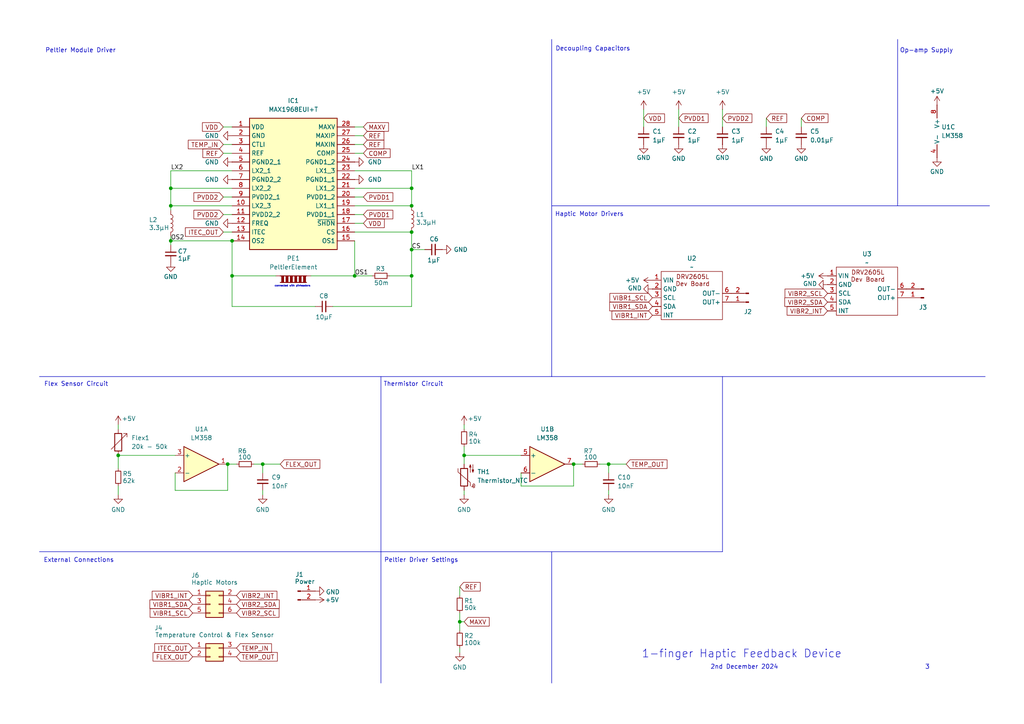
<source format=kicad_sch>
(kicad_sch (version 20231120) (generator "eeschema") (generator_version "8.0")
  (paper "A4")
  (lib_symbols
    (symbol "Amplifier_Operational:LM358" (pin_names (offset 0.127))
      (property "Reference" "U" (at 0 5.08 0))
      (property "Value" "LM358" (at 0 -5.08 0))
      (symbol "LM358_1_1"
        (polyline (pts (xy -5.08 5.08) (xy 5.08 0) (xy -5.08 -5.08) (xy -5.08 5.08)) (stroke (width 0.254)) (fill (type background)))
        (pin output line (at 7.62 0 180) (length 2.54) (name "~") (number "1"))
        (pin input line (at -7.62 -2.54 0) (length 2.54) (name "-") (number "2"))
        (pin input line (at -7.62 2.54 0) (length 2.54) (name "+") (number "3"))
      )
      (symbol "LM358_2_1"
        (polyline (pts (xy -5.08 5.08) (xy 5.08 0) (xy -5.08 -5.08) (xy -5.08 5.08)) (stroke (width 0.254)) (fill (type background)))
        (pin input line (at -7.62 2.54 0) (length 2.54) (name "+") (number "5"))
        (pin input line (at -7.62 -2.54 0) (length 2.54) (name "-") (number "6"))
        (pin output line (at 7.62 0 180) (length 2.54) (name "~") (number "7"))
      )
      (symbol "LM358_3_1"
        (pin power_in line (at -2.54 -7.62 90) (length 3.81) (name "V-") (number "4"))
        (pin power_in line (at -2.54 7.62 270) (length 3.81) (name "V+") (number "8"))
      )
    )
    (symbol "Connector:Conn_01x02_Pin" (pin_names (offset 1.016) hide)
      (property "Reference" "J" (at 0 2.54 0))
      (property "Value" "Conn_01x02_Pin" (at 0 -5.08 0))
      (symbol "Conn_01x02_Pin_1_1"
        (polyline (pts (xy 1.27 -2.54) (xy 0.8636 -2.54)) (stroke (width 0.1524)))
        (polyline (pts (xy 1.27 0) (xy 0.8636 0)) (stroke (width 0.1524)))
        (rectangle (start 0.8636 -2.413) (end 0 -2.667) (stroke (width 0.1524)) (fill (type outline)))
        (rectangle (start 0.8636 0.127) (end 0 -0.127) (stroke (width 0.1524)) (fill (type outline)))
        (pin passive line (at 5.08 0 180) (length 3.81) (name "Pin_1") (number "1"))
        (pin passive line (at 5.08 -2.54 180) (length 3.81) (name "Pin_2") (number "2"))
      )
    )
    (symbol "Connector_Generic:Conn_02x02_Top_Bottom" (pin_names (offset 1.016) hide)
      (property "Reference" "J" (at 1.27 2.54 0))
      (property "Value" "Conn_02x02_Top_Bottom" (at 1.27 -5.08 0))
      (symbol "Conn_02x02_Top_Bottom_1_1"
        (rectangle (start -1.27 -2.413) (end 0 -2.667) (stroke (width 0.1524)))
        (rectangle (start -1.27 0.127) (end 0 -0.127) (stroke (width 0.1524)))
        (rectangle (start -1.27 1.27) (end 3.81 -3.81) (stroke (width 0.254)) (fill (type background)))
        (rectangle (start 3.81 -2.413) (end 2.54 -2.667) (stroke (width 0.1524)))
        (rectangle (start 3.81 0.127) (end 2.54 -0.127) (stroke (width 0.1524)))
        (pin passive line (at -5.08 0 0) (length 3.81) (name "Pin_1") (number "1"))
        (pin passive line (at -5.08 -2.54 0) (length 3.81) (name "Pin_2") (number "2"))
        (pin passive line (at 7.62 0 180) (length 3.81) (name "Pin_3") (number "3"))
        (pin passive line (at 7.62 -2.54 180) (length 3.81) (name "Pin_4") (number "4"))
      )
    )
    (symbol "Connector_Generic:Conn_02x03_Odd_Even" (pin_names (offset 1.016) hide)
      (property "Reference" "J" (at 1.27 5.08 0))
      (property "Value" "Conn_02x03_Odd_Even" (at 1.27 -5.08 0))
      (symbol "Conn_02x03_Odd_Even_1_1"
        (rectangle (start -1.27 -2.413) (end 0 -2.667) (stroke (width 0.1524)))
        (rectangle (start -1.27 0.127) (end 0 -0.127) (stroke (width 0.1524)))
        (rectangle (start -1.27 2.667) (end 0 2.413) (stroke (width 0.1524)))
        (rectangle (start -1.27 3.81) (end 3.81 -3.81) (stroke (width 0.254)) (fill (type background)))
        (rectangle (start 3.81 -2.413) (end 2.54 -2.667) (stroke (width 0.1524)))
        (rectangle (start 3.81 0.127) (end 2.54 -0.127) (stroke (width 0.1524)))
        (rectangle (start 3.81 2.667) (end 2.54 2.413) (stroke (width 0.1524)))
        (pin passive line (at -5.08 2.54 0) (length 3.81) (name "Pin_1") (number "1"))
        (pin passive line (at 7.62 2.54 180) (length 3.81) (name "Pin_2") (number "2"))
        (pin passive line (at -5.08 0 0) (length 3.81) (name "Pin_3") (number "3"))
        (pin passive line (at 7.62 0 180) (length 3.81) (name "Pin_4") (number "4"))
        (pin passive line (at -5.08 -2.54 0) (length 3.81) (name "Pin_5") (number "5"))
        (pin passive line (at 7.62 -2.54 180) (length 3.81) (name "Pin_6") (number "6"))
      )
    )
    (symbol "DRV2605L_1"
      (property "Reference" "U3" (at 0 7.62 0))
      (property "Value" "~" (at 0 5.08 0))
      (symbol "DRV2605L_1_0_1"
        (rectangle (start -8.89 3.81) (end 8.89 -10.16))
      )
      (symbol "DRV2605L_1_1_1"
        (text "DRV2605L\nDev Board" (at 0.254 1.27 0) (effects (font (size 1.27 1.27))))
        (pin power_in line (at -11.43 1.27 0) (length 2.54) (name "VIN") (number "1"))
        (pin power_in line (at -11.43 -1.27 0) (length 2.54) (name "GND") (number "2"))
        (pin input line (at -11.43 -3.81 0) (length 2.54) (name "SCL") (number "3"))
        (pin input line (at -11.43 -6.35 0) (length 2.54) (name "SDA") (number "4"))
        (pin input line (at -11.43 -8.89 0) (length 2.54) (name "INT") (number "5"))
        (pin output line (at 11.43 -2.54 180) (length 2.54) (name "OUT-") (number "6"))
        (pin output line (at 11.43 -5.08 180) (length 2.54) (name "OUT+") (number "7"))
      )
    )
    (symbol "Device:C_Small" (pin_numbers hide) (pin_names (offset 0.254) hide)
      (property "Reference" "C" (at 0.254 1.778 0))
      (property "Value" "C_Small" (at 0.254 -2.032 0))
      (symbol "C_Small_0_1"
        (polyline (pts (xy -1.524 -0.508) (xy 1.524 -0.508)) (stroke (width 0.3302)))
        (polyline (pts (xy -1.524 0.508) (xy 1.524 0.508)) (stroke (width 0.3048)))
      )
      (symbol "C_Small_1_1"
        (pin passive line (at 0 2.54 270) (length 2.032) (name "~") (number "1"))
        (pin passive line (at 0 -2.54 90) (length 2.032) (name "~") (number "2"))
      )
    )
    (symbol "Device:L" (pin_numbers hide) (pin_names (offset 1.016) hide)
      (property "Reference" "L" (at -1.27 0 90))
      (property "Value" "L" (at 1.905 0 90))
      (symbol "L_0_1"
        (arc (start 0 -2.54) (mid 0.6323 -1.905) (end 0 -1.27))
        (arc (start 0 -1.27) (mid 0.6323 -0.635) (end 0 0))
        (arc (start 0 0) (mid 0.6323 0.635) (end 0 1.27))
        (arc (start 0 1.27) (mid 0.6323 1.905) (end 0 2.54))
      )
      (symbol "L_1_1"
        (pin passive line (at 0 3.81 270) (length 1.27) (name "1") (number "1"))
        (pin passive line (at 0 -3.81 90) (length 1.27) (name "2") (number "2"))
      )
    )
    (symbol "Device:PeltierElement" (pin_numbers hide) (pin_names (offset 0))
      (property "Reference" "PE" (at 0 3.175 0))
      (property "Value" "PeltierElement" (at 0 -1.27 0))
      (symbol "PeltierElement_0_1"
        (rectangle (start -3.556 1.905) (end -2.921 0) (fill (type outline)))
        (rectangle (start -2.286 1.905) (end -1.651 0) (fill (type outline)))
        (rectangle (start -0.381 1.905) (end -1.016 0) (fill (type outline)))
        (polyline (pts (xy -3.81 0) (xy 3.81 0)) (stroke (width 0.254)) (fill (type outline)))
        (polyline (pts (xy -3.81 1.905) (xy 3.81 1.905)) (stroke (width 0.254)))
        (rectangle (start 0.889 1.905) (end 0.254 0) (fill (type outline)))
        (rectangle (start 1.524 0) (end 2.159 1.905) (fill (type outline)))
        (rectangle (start 2.794 0) (end 3.429 1.905) (fill (type outline)))
      )
      (symbol "PeltierElement_1_1"
        (pin passive line (at -5.08 0 0) (length 1.27) (name "~") (number "1"))
        (pin passive line (at 5.08 0 180) (length 1.27) (name "~") (number "2"))
      )
    )
    (symbol "Device:R_Small" (pin_numbers hide) (pin_names (offset 0.254) hide)
      (property "Reference" "R" (at 0.762 0.508 0))
      (property "Value" "R_Small" (at 0.762 -1.016 0))
      (symbol "R_Small_0_1"
        (rectangle (start -0.762 1.778) (end 0.762 -1.778) (stroke (width 0.2032)))
      )
      (symbol "R_Small_1_1"
        (pin passive line (at 0 2.54 270) (length 0.762) (name "~") (number "1"))
        (pin passive line (at 0 -2.54 90) (length 0.762) (name "~") (number "2"))
      )
    )
    (symbol "Device:R_Variable" (pin_numbers hide) (pin_names (offset 0))
      (property "Reference" "R" (at 2.54 -2.54 90))
      (property "Value" "R_Variable" (at -2.54 -1.27 90))
      (symbol "R_Variable_0_1"
        (rectangle (start -1.016 -2.54) (end 1.016 2.54) (stroke (width 0.254)))
        (polyline (pts (xy 2.54 1.524) (xy 2.54 2.54) (xy 1.524 2.54) (xy 2.54 2.54) (xy -2.032 -2.032)))
      )
      (symbol "R_Variable_1_1"
        (pin passive line (at 0 3.81 270) (length 1.27) (name "~") (number "1"))
        (pin passive line (at 0 -3.81 90) (length 1.27) (name "~") (number "2"))
      )
    )
    (symbol "Device:Thermistor_NTC" (pin_numbers hide) (pin_names (offset 0))
      (property "Reference" "TH" (at -4.445 0 90))
      (property "Value" "Thermistor_NTC" (at 3.175 0 90))
      (symbol "Thermistor_NTC_0_1"
        (arc (start -3.048 2.159) (mid -3.0495 2.3143) (end -3.175 2.413))
        (arc (start -3.048 2.159) (mid -2.9736 1.9794) (end -2.794 1.905))
        (arc (start -3.048 2.794) (mid -2.9736 2.6144) (end -2.794 2.54))
        (arc (start -2.794 1.905) (mid -2.6144 1.9794) (end -2.54 2.159))
        (arc (start -2.794 2.54) (mid -2.4393 2.5587) (end -2.159 2.794))
        (arc (start -2.794 3.048) (mid -2.9736 2.9736) (end -3.048 2.794))
        (arc (start -2.54 2.794) (mid -2.6144 2.9736) (end -2.794 3.048))
        (rectangle (start -1.016 2.54) (end 1.016 -2.54) (stroke (width 0.254)))
        (polyline (pts (xy -2.54 2.159) (xy -2.54 2.794)))
        (polyline (pts (xy -1.778 2.54) (xy -1.778 1.524) (xy 1.778 -1.524) (xy 1.778 -2.54)))
        (polyline (pts (xy -2.54 -3.683) (xy -2.54 -1.397) (xy -2.794 -2.159) (xy -2.286 -2.159) (xy -2.54 -1.397) (xy -2.54 -1.651)) (fill (type outline)))
        (polyline (pts (xy -1.778 -1.397) (xy -1.778 -3.683) (xy -2.032 -2.921) (xy -1.524 -2.921) (xy -1.778 -3.683) (xy -1.778 -3.429)) (fill (type outline)))
      )
      (symbol "Thermistor_NTC_1_1"
        (pin passive line (at 0 3.81 270) (length 1.27) (name "~") (number "1"))
        (pin passive line (at 0 -3.81 90) (length 1.27) (name "~") (number "2"))
      )
    )
    (symbol "HapticDriver:DRV2605L"
      (property "Reference" "U2" (at 0 7.62 0))
      (property "Value" "~" (at 0 5.08 0))
      (symbol "DRV2605L_0_1"
        (rectangle (start -8.89 3.81) (end 8.89 -10.16))
      )
      (symbol "DRV2605L_1_1"
        (text "DRV2605L\nDev Board" (at 0.254 1.27 0) (effects (font (size 1.27 1.27))))
        (pin power_in line (at -11.43 1.27 0) (length 2.54) (name "VIN") (number "1"))
        (pin power_in line (at -11.43 -1.27 0) (length 2.54) (name "GND") (number "2"))
        (pin input line (at -11.43 -3.81 0) (length 2.54) (name "SCL") (number "3"))
        (pin input line (at -11.43 -6.35 0) (length 2.54) (name "SDA") (number "4"))
        (pin input line (at -11.43 -8.89 0) (length 2.54) (name "INT") (number "5"))
        (pin output line (at 11.43 -2.54 180) (length 2.54) (name "OUT-") (number "6"))
        (pin output line (at 11.43 -5.08 180) (length 2.54) (name "OUT+") (number "7"))
      )
    )
    (symbol "MAX1968EUI+T:MAX1968EUI+T"
      (property "Reference" "IC" (at 31.75 7.62 0))
      (property "Value" "MAX1968EUI+T" (at 31.75 5.08 0))
      (symbol "MAX1968EUI+T_1_1"
        (rectangle (start 5.08 2.54) (end 30.48 -35.56) (stroke (width 0.254)) (fill (type background)))
        (pin passive line (at 0 0 0) (length 5.08) (name "VDD") (number "1"))
        (pin passive line (at 0 -22.86 0) (length 5.08) (name "LX2_3") (number "10"))
        (pin passive line (at 0 -25.4 0) (length 5.08) (name "PVDD2_2") (number "11"))
        (pin passive line (at 0 -27.94 0) (length 5.08) (name "FREQ") (number "12"))
        (pin passive line (at 0 -30.48 0) (length 5.08) (name "ITEC") (number "13"))
        (pin passive line (at 0 -33.02 0) (length 5.08) (name "OS2") (number "14"))
        (pin passive line (at 35.56 -33.02 180) (length 5.08) (name "OS1") (number "15"))
        (pin passive line (at 35.56 -30.48 180) (length 5.08) (name "CS") (number "16"))
        (pin passive line (at 35.56 -27.94 180) (length 5.08) (name "~{SHDN}") (number "17"))
        (pin passive line (at 35.56 -25.4 180) (length 5.08) (name "PVDD1_1") (number "18"))
        (pin passive line (at 35.56 -22.86 180) (length 5.08) (name "LX1_1") (number "19"))
        (pin passive line (at 0 -2.54 0) (length 5.08) (name "GND") (number "2"))
        (pin passive line (at 35.56 -20.32 180) (length 5.08) (name "PVDD1_2") (number "20"))
        (pin passive line (at 35.56 -17.78 180) (length 5.08) (name "LX1_2") (number "21"))
        (pin passive line (at 35.56 -15.24 180) (length 5.08) (name "PGND1_1") (number "22"))
        (pin passive line (at 35.56 -12.7 180) (length 5.08) (name "LX1_3") (number "23"))
        (pin passive line (at 35.56 -10.16 180) (length 5.08) (name "PGND1_2") (number "24"))
        (pin passive line (at 35.56 -7.62 180) (length 5.08) (name "COMP") (number "25"))
        (pin passive line (at 35.56 -5.08 180) (length 5.08) (name "MAXIN") (number "26"))
        (pin passive line (at 35.56 -2.54 180) (length 5.08) (name "MAXIP") (number "27"))
        (pin passive line (at 35.56 0 180) (length 5.08) (name "MAXV") (number "28"))
        (pin passive line (at 0 -5.08 0) (length 5.08) (name "CTLI") (number "3"))
        (pin passive line (at 0 -7.62 0) (length 5.08) (name "REF") (number "4"))
        (pin passive line (at 0 -10.16 0) (length 5.08) (name "PGND2_1") (number "5"))
        (pin passive line (at 0 -12.7 0) (length 5.08) (name "LX2_1") (number "6"))
        (pin passive line (at 0 -15.24 0) (length 5.08) (name "PGND2_2") (number "7"))
        (pin passive line (at 0 -17.78 0) (length 5.08) (name "LX2_2") (number "8"))
        (pin passive line (at 0 -20.32 0) (length 5.08) (name "PVDD2_1") (number "9"))
      )
    )
    (symbol "power:+5V" (power) (pin_numbers hide) (pin_names (offset 0) hide)
      (property "Value" "+5V" (at 0 3.556 0))
      (symbol "+5V_0_1"
        (polyline (pts (xy -0.762 1.27) (xy 0 2.54)))
        (polyline (pts (xy 0 0) (xy 0 2.54)))
        (polyline (pts (xy 0 2.54) (xy 0.762 1.27)))
      )
      (symbol "+5V_1_1"
        (pin power_in line (at 0 0 90) (length 0) (name "~") (number "1"))
      )
    )
    (symbol "power:GND" (power) (pin_numbers hide) (pin_names (offset 0) hide)
      (property "Value" "GND" (at 0 -3.81 0))
      (symbol "GND_0_1"
        (polyline (pts (xy 0 0) (xy 0 -1.27) (xy 1.27 -1.27) (xy 0 -2.54) (xy -1.27 -1.27) (xy 0 -1.27)))
      )
      (symbol "GND_1_1"
        (pin power_in line (at 0 0 270) (length 0) (name "~") (number "1"))
      )
    )
  )
  (junction (at 133.35 180.34))
  (junction (at 166.37 134.62))
  (junction (at 67.31 80.01))
  (junction (at 49.53 59.69))
  (junction (at 134.62 132.08))
  (junction (at 119.38 72.39))
  (junction (at 66.04 134.62))
  (junction (at 76.2 134.62))
  (junction (at 67.31 69.85))
  (junction (at 49.53 54.61))
  (junction (at 119.38 67.31))
  (junction (at 34.29 132.08))
  (junction (at 119.38 54.61))
  (junction (at 119.38 80.01))
  (junction (at 102.87 80.01))
  (junction (at 176.53 134.62))
  (junction (at 119.38 59.69))
  (junction (at 49.53 69.85))
  (polyline (pts (xy 160.02 11.43) (xy 160.02 109.22)))
  (wire (pts (xy 196.85 36.83) (xy 196.85 31.75)))
  (wire (pts (xy 151.13 140.97) (xy 151.13 137.16)))
  (wire (pts (xy 119.38 54.61) (xy 119.38 59.69)))
  (wire (pts (xy 102.87 49.53) (xy 119.38 49.53)))
  (wire (pts (xy 134.62 132.08) (xy 134.62 134.62)))
  (wire (pts (xy 49.53 71.12) (xy 49.53 69.85)))
  (polyline (pts (xy 285.75 109.22) (xy 160.02 109.22)))
  (polyline (pts (xy 160.02 160.02) (xy 209.55 160.02)))
  (wire (pts (xy 119.38 49.53) (xy 119.38 54.61)))
  (wire (pts (xy 49.53 49.53) (xy 67.31 49.53)))
  (wire (pts (xy 209.55 36.83) (xy 209.55 31.75)))
  (wire (pts (xy 64.77 67.31) (xy 67.31 67.31)))
  (wire (pts (xy 49.53 59.69) (xy 67.31 59.69)))
  (wire (pts (xy 102.87 59.69) (xy 119.38 59.69)))
  (wire (pts (xy 133.35 189.23) (xy 133.35 187.96)))
  (wire (pts (xy 34.29 135.89) (xy 34.29 132.08)))
  (wire (pts (xy 90.17 80.01) (xy 102.87 80.01)))
  (wire (pts (xy 67.31 62.23) (xy 64.77 62.23)))
  (wire (pts (xy 49.53 60.96) (xy 49.53 59.69)))
  (wire (pts (xy 102.87 54.61) (xy 119.38 54.61)))
  (wire (pts (xy 50.8 142.24) (xy 66.04 142.24)))
  (wire (pts (xy 166.37 134.62) (xy 168.91 134.62)))
  (polyline (pts (xy 287.02 59.69) (xy 160.02 59.69)))
  (wire (pts (xy 102.87 80.01) (xy 107.95 80.01)))
  (wire (pts (xy 102.87 69.85) (xy 102.87 80.01)))
  (wire (pts (xy 133.35 177.8) (xy 133.35 180.34)))
  (wire (pts (xy 166.37 140.97) (xy 151.13 140.97)))
  (wire (pts (xy 176.53 134.62) (xy 181.61 134.62)))
  (polyline (pts (xy 110.49 198.12) (xy 110.49 109.22)))
  (wire (pts (xy 76.2 134.62) (xy 81.28 134.62)))
  (wire (pts (xy 49.53 54.61) (xy 67.31 54.61)))
  (wire (pts (xy 34.29 124.46) (xy 34.29 123.19)))
  (wire (pts (xy 49.53 69.85) (xy 67.31 69.85)))
  (wire (pts (xy 102.87 44.45) (xy 105.41 44.45)))
  (wire (pts (xy 119.38 72.39) (xy 119.38 67.31)))
  (wire (pts (xy 64.77 36.83) (xy 67.31 36.83)))
  (wire (pts (xy 119.38 80.01) (xy 119.38 72.39)))
  (wire (pts (xy 123.19 72.39) (xy 119.38 72.39)))
  (wire (pts (xy 102.87 67.31) (xy 119.38 67.31)))
  (wire (pts (xy 176.53 143.51) (xy 176.53 142.24)))
  (wire (pts (xy 50.8 132.08) (xy 34.29 132.08)))
  (wire (pts (xy 67.31 80.01) (xy 67.31 88.9)))
  (polyline (pts (xy 209.55 160.02) (xy 209.55 109.22)))
  (wire (pts (xy 50.8 137.16) (xy 50.8 142.24)))
  (wire (pts (xy 133.35 170.18) (xy 133.35 172.72)))
  (wire (pts (xy 49.53 49.53) (xy 49.53 54.61)))
  (wire (pts (xy 49.53 54.61) (xy 49.53 59.69)))
  (wire (pts (xy 76.2 143.51) (xy 76.2 142.24)))
  (wire (pts (xy 96.52 88.9) (xy 119.38 88.9)))
  (wire (pts (xy 67.31 80.01) (xy 80.01 80.01)))
  (wire (pts (xy 134.62 123.19) (xy 134.62 124.46)))
  (wire (pts (xy 66.04 142.24) (xy 66.04 134.62)))
  (wire (pts (xy 102.87 57.15) (xy 105.41 57.15)))
  (wire (pts (xy 105.41 36.83) (xy 102.87 36.83)))
  (wire (pts (xy 133.35 180.34) (xy 133.35 182.88)))
  (wire (pts (xy 64.77 41.91) (xy 67.31 41.91)))
  (wire (pts (xy 186.69 36.83) (xy 186.69 31.75)))
  (wire (pts (xy 119.38 88.9) (xy 119.38 80.01)))
  (wire (pts (xy 102.87 62.23) (xy 105.41 62.23)))
  (wire (pts (xy 134.62 143.51) (xy 134.62 142.24)))
  (wire (pts (xy 222.25 36.83) (xy 222.25 34.29)))
  (wire (pts (xy 73.66 134.62) (xy 76.2 134.62)))
  (wire (pts (xy 49.53 69.85) (xy 49.53 68.58)))
  (wire (pts (xy 134.62 180.34) (xy 133.35 180.34)))
  (wire (pts (xy 76.2 137.16) (xy 76.2 134.62)))
  (wire (pts (xy 105.41 41.91) (xy 102.87 41.91)))
  (polyline (pts (xy 160.02 198.12) (xy 160.02 160.02)))
  (polyline (pts (xy 11.43 109.22) (xy 160.02 109.22)))
  (wire (pts (xy 34.29 140.97) (xy 34.29 143.51)))
  (wire (pts (xy 67.31 69.85) (xy 67.31 80.01)))
  (wire (pts (xy 173.99 134.62) (xy 176.53 134.62)))
  (wire (pts (xy 166.37 134.62) (xy 166.37 140.97)))
  (wire (pts (xy 91.44 88.9) (xy 67.31 88.9)))
  (wire (pts (xy 176.53 137.16) (xy 176.53 134.62)))
  (wire (pts (xy 105.41 39.37) (xy 102.87 39.37)))
  (polyline (pts (xy 260.35 11.43) (xy 260.35 59.69)))
  (wire (pts (xy 113.03 80.01) (xy 119.38 80.01)))
  (wire (pts (xy 232.41 36.83) (xy 232.41 34.29)))
  (wire (pts (xy 134.62 132.08) (xy 151.13 132.08)))
  (wire (pts (xy 66.04 134.62) (xy 68.58 134.62)))
  (wire (pts (xy 67.31 57.15) (xy 64.77 57.15)))
  (wire (pts (xy 64.77 44.45) (xy 67.31 44.45)))
  (polyline (pts (xy 11.43 160.02) (xy 160.02 160.02)))
  (wire (pts (xy 105.41 64.77) (xy 102.87 64.77)))
  (wire (pts (xy 134.62 129.54) (xy 134.62 132.08)))
  (text "Thermistor Circuit" (at 119.888 111.506 0) (effects (font (size 1.27 1.27))))
  (text "Op-amp Supply" (at 268.732 14.732 0) (effects (font (size 1.27 1.27))))
  (text "connected with pinheaders" (at 84.836 83.058 0) (effects (font (size 0.508 0.508))))
  (text "External Connections" (at 22.86 162.56 0) (effects (font (size 1.27 1.27))))
  (text "Peltier Module Driver" (at 23.368 14.732 0) (effects (font (size 1.27 1.27))))
  (text "Haptic Motor Drivers" (at 170.942 62.23 0) (effects (font (size 1.27 1.27))))
  (text "Flex Sensor Circuit" (at 22.098 111.506 0) (effects (font (size 1.27 1.27))))
  (text "3" (at 268.986 193.548 0) (effects (font (size 1.27 1.27))))
  (text "Peltier Driver Settings" (at 122.174 162.56 0) (effects (font (size 1.27 1.27))))
  (text "1-finger Haptic Feedback Device" (at 215.138 189.738 0) (effects (font (size 2.286 2.286))))
  (text "Decoupling Capacitors" (at 171.958 14.224 0) (effects (font (size 1.27 1.27))))
  (text "2nd December 2024" (at 215.9 193.548 0) (effects (font (size 1.27 1.27))))
  (label "OS1" (at 102.87 80.01 0))
  (label "LX1" (at 119.38 49.53 0))
  (label "OS2" (at 49.53 69.85 0))
  (label "CS" (at 119.38 72.39 0))
  (label "LX2" (at 49.53 49.53 0))
  (global_label "REF" (shape input) (at 222.25 34.29 0) (property "Intersheetrefs" "${INTERSHEET_REFS}" (effects (hide yes))))
  (global_label "VDD" (shape input) (at 186.69 34.29 0) (property "Intersheetrefs" "${INTERSHEET_REFS}" (effects (hide yes))))
  (global_label "VIBR2_SCL" (shape input) (at 68.58 177.8 0) (property "Intersheetrefs" "${INTERSHEET_REFS}" (effects (hide yes))))
  (global_label "PVDD2" (shape input) (at 209.55 34.29 0) (property "Intersheetrefs" "${INTERSHEET_REFS}" (effects (hide yes))))
  (global_label "TEMP_OUT" (shape input) (at 181.61 134.62 0) (property "Intersheetrefs" "${INTERSHEET_REFS}" (effects (hide yes))))
  (global_label "COMP" (shape input) (at 105.41 44.45 0) (property "Intersheetrefs" "${INTERSHEET_REFS}" (effects (hide yes))))
  (global_label "VIBR1_SDA" (shape input) (at 189.23 88.9 180) (property "Intersheetrefs" "${INTERSHEET_REFS}" (effects (hide yes))))
  (global_label "REF" (shape input) (at 105.41 39.37 0) (property "Intersheetrefs" "${INTERSHEET_REFS}" (effects (hide yes))))
  (global_label "REF" (shape input) (at 133.35 170.18 0) (property "Intersheetrefs" "${INTERSHEET_REFS}" (effects (hide yes))))
  (global_label "VIBR1_INT" (shape input) (at 55.88 172.72 180) (property "Intersheetrefs" "${INTERSHEET_REFS}" (effects (hide yes))))
  (global_label "VIBR2_SDA" (shape input) (at 240.03 87.63 180) (property "Intersheetrefs" "${INTERSHEET_REFS}" (effects (hide yes))))
  (global_label "FLEX_OUT" (shape input) (at 55.88 190.5 180) (property "Intersheetrefs" "${INTERSHEET_REFS}" (effects (hide yes))))
  (global_label "TEMP_OUT" (shape input) (at 68.58 190.5 0) (property "Intersheetrefs" "${INTERSHEET_REFS}" (effects (hide yes))))
  (global_label "VIBR1_INT" (shape input) (at 189.23 91.44 180) (property "Intersheetrefs" "${INTERSHEET_REFS}" (effects (hide yes))))
  (global_label "VDD" (shape input) (at 64.77 36.83 180) (property "Intersheetrefs" "${INTERSHEET_REFS}" (effects (hide yes))))
  (global_label "PVDD1" (shape input) (at 105.41 62.23 0) (property "Intersheetrefs" "${INTERSHEET_REFS}" (effects (hide yes))))
  (global_label "MAXV" (shape input) (at 134.62 180.34 0) (property "Intersheetrefs" "${INTERSHEET_REFS}" (effects (hide yes))))
  (global_label "COMP" (shape input) (at 232.41 34.29 0) (property "Intersheetrefs" "${INTERSHEET_REFS}" (effects (hide yes))))
  (global_label "TEMP_IN" (shape input) (at 64.77 41.91 180) (property "Intersheetrefs" "${INTERSHEET_REFS}" (effects (hide yes))))
  (global_label "PVDD1" (shape input) (at 196.85 34.29 0) (property "Intersheetrefs" "${INTERSHEET_REFS}" (effects (hide yes))))
  (global_label "VIBR2_SDA" (shape input) (at 68.58 175.26 0) (property "Intersheetrefs" "${INTERSHEET_REFS}" (effects (hide yes))))
  (global_label "FLEX_OUT" (shape input) (at 81.28 134.62 0) (property "Intersheetrefs" "${INTERSHEET_REFS}" (effects (hide yes))))
  (global_label "VIBR1_SDA" (shape input) (at 55.88 175.26 180) (property "Intersheetrefs" "${INTERSHEET_REFS}" (effects (hide yes))))
  (global_label "ITEC_OUT" (shape input) (at 55.88 187.96 180) (property "Intersheetrefs" "${INTERSHEET_REFS}" (effects (hide yes))))
  (global_label "VIBR1_SCL" (shape input) (at 55.88 177.8 180) (property "Intersheetrefs" "${INTERSHEET_REFS}" (effects (hide yes))))
  (global_label "ITEC_OUT" (shape input) (at 64.77 67.31 180) (property "Intersheetrefs" "${INTERSHEET_REFS}" (effects (hide yes))))
  (global_label "PVDD1" (shape input) (at 105.41 57.15 0) (property "Intersheetrefs" "${INTERSHEET_REFS}" (effects (hide yes))))
  (global_label "TEMP_IN" (shape input) (at 68.58 187.96 0) (property "Intersheetrefs" "${INTERSHEET_REFS}" (effects (hide yes))))
  (global_label "MAXV" (shape input) (at 105.41 36.83 0) (property "Intersheetrefs" "${INTERSHEET_REFS}" (effects (hide yes))))
  (global_label "PVDD2" (shape input) (at 64.77 62.23 180) (property "Intersheetrefs" "${INTERSHEET_REFS}" (effects (hide yes))))
  (global_label "REF" (shape input) (at 64.77 44.45 180) (property "Intersheetrefs" "${INTERSHEET_REFS}" (effects (hide yes))))
  (global_label "VIBR2_INT" (shape input) (at 68.58 172.72 0) (property "Intersheetrefs" "${INTERSHEET_REFS}" (effects (hide yes))))
  (global_label "VDD" (shape input) (at 105.41 64.77 0) (property "Intersheetrefs" "${INTERSHEET_REFS}" (effects (hide yes))))
  (global_label "VIBR1_SCL" (shape input) (at 189.23 86.36 180) (property "Intersheetrefs" "${INTERSHEET_REFS}" (effects (hide yes))))
  (global_label "REF" (shape input) (at 105.41 41.91 0) (property "Intersheetrefs" "${INTERSHEET_REFS}" (effects (hide yes))))
  (global_label "VIBR2_INT" (shape input) (at 240.03 90.17 180) (property "Intersheetrefs" "${INTERSHEET_REFS}" (effects (hide yes))))
  (global_label "VIBR2_SCL" (shape input) (at 240.03 85.09 180) (property "Intersheetrefs" "${INTERSHEET_REFS}" (effects (hide yes))))
  (global_label "PVDD2" (shape input) (at 64.77 57.15 180) (property "Intersheetrefs" "${INTERSHEET_REFS}" (effects (hide yes))))
  (symbol (lib_id "Amplifier_Operational:LM358") (at 274.32 38.1 0) (unit 3)
    (property "Reference" "U1" (at 273.05 36.8299 0) (effects (justify left)))
    (property "Value" "LM358" (at 273.05 39.3699 0) (effects (justify left)))
    (property "Footprint" "LM358:SOP65P640X135-8N" (effects (hide yes)))
    (property "Datasheet" "http://www.ti.com/lit/ds/symlink/lm2904-n.pdf" (effects (hide yes)))
    (property "Description" "Low-Power, Dual Operational Amplifiers, DIP-8/SOIC-8/TO-99-8" (effects (hide yes)))
  )
  (symbol (lib_id "power:+5V") (at 196.85 31.75 0) (unit 1)
    (property "Reference" "#PWR01" (effects (hide yes)))
    (property "Value" "+5V" (at 196.85 26.67 0))
    (property "Description" "Power symbol creates a global label with name \"+5V\"" (effects (hide yes)))
  )
  (symbol (lib_id "Amplifier_Operational:LM358") (at 58.42 134.62 0) (unit 1)
    (property "Reference" "U1" (at 58.42 124.46 0))
    (property "Value" "LM358" (at 58.42 127 0))
    (property "Footprint" "LM358:SOP65P640X135-8N" (effects (hide yes)))
    (property "Datasheet" "http://www.ti.com/lit/ds/symlink/lm2904-n.pdf" (effects (hide yes)))
    (property "Description" "Low-Power, Dual Operational Amplifiers, DIP-8/SOIC-8/TO-99-8" (effects (hide yes)))
  )
  (symbol (lib_id "Device:C_Small") (at 125.73 72.39 90) (unit 1)
    (property "Reference" "C6" (at 127.254 69.342 90) (effects (justify left)))
    (property "Value" "1µF" (at 127.762 75.438 90) (effects (justify left)))
    (property "Footprint" "Capacitor_SMD:C_0805_2012Metric_Pad1.18x1.45mm_HandSolder" (effects (hide yes)))
    (property "Description" "Unpolarized capacitor, small symbol" (effects (hide yes)))
  )
  (symbol (lib_id "power:+5V") (at 91.44 173.99 270) (unit 1)
    (property "Reference" "#PWR018" (effects (hide yes)))
    (property "Value" "+5V" (at 94.234 173.99 90) (effects (justify left)))
    (property "Description" "Power symbol creates a global label with name \"+5V\"" (effects (hide yes)))
  )
  (symbol (lib_id "power:GND") (at 196.85 41.91 0) (unit 1)
    (property "Reference" "#PWR02" (effects (hide yes)))
    (property "Value" "GND" (at 198.882 45.974 0) (effects (justify right)))
    (property "Description" "Power symbol creates a global label with name \"GND\" , ground" (effects (hide yes)))
  )
  (symbol (lib_id "Device:C_Small") (at 222.25 39.37 0) (unit 1)
    (property "Reference" "C4" (at 224.79 38.1062 0) (effects (justify left)))
    (property "Value" "1µF" (at 224.79 40.6462 0) (effects (justify left)))
    (property "Footprint" "Capacitor_SMD:C_0805_2012Metric_Pad1.18x1.45mm_HandSolder" (effects (hide yes)))
    (property "Description" "Unpolarized capacitor, small symbol" (effects (hide yes)))
  )
  (symbol (lib_id "Device:PeltierElement") (at 85.09 80.01 180) (unit 1)
    (property "Reference" "PE1" (at 85.09 74.93 0))
    (property "Value" "PeltierElement" (at 85.09 77.47 0))
    (property "Footprint" "Connector_PinHeader_2.54mm:PinHeader_1x02_P2.54mm_Vertical" (effects (hide yes)))
    (property "Description" "Peltier element, thermoelectric cooler" (effects (hide yes)))
  )
  (symbol (lib_id "power:GND") (at 189.23 83.82 270) (unit 1)
    (property "Reference" "#PWR030" (effects (hide yes)))
    (property "Value" "GND" (at 186.182 83.566 90) (effects (justify right)))
    (property "Description" "Power symbol creates a global label with name \"GND\" , ground" (effects (hide yes)))
  )
  (symbol (lib_id "power:GND") (at 134.62 143.51 0) (unit 1)
    (property "Reference" "#PWR019" (effects (hide yes)))
    (property "Value" "GND" (at 136.652 147.828 0) (effects (justify right)))
    (property "Description" "Power symbol creates a global label with name \"GND\" , ground" (effects (hide yes)))
  )
  (symbol (lib_id "Device:R_Small") (at 171.45 134.62 90) (unit 1)
    (property "Reference" "R7" (at 171.958 130.81 90) (effects (justify left)))
    (property "Value" "100" (at 173.228 132.588 90) (effects (justify left)))
    (property "Footprint" "Resistor_SMD:R_0805_2012Metric_Pad1.20x1.40mm_HandSolder" (effects (hide yes)))
    (property "Description" "Resistor, small symbol" (effects (hide yes)))
  )
  (symbol (lib_id "power:GND") (at 67.31 52.07 270) (unit 1)
    (property "Reference" "#PWR09" (effects (hide yes)))
    (property "Value" "GND" (at 63.5 52.0699 90) (effects (justify right)))
    (property "Description" "Power symbol creates a global label with name \"GND\" , ground" (effects (hide yes)))
  )
  (symbol (lib_id "power:+5V") (at 134.62 123.19 0) (unit 1)
    (property "Reference" "#PWR020" (effects (hide yes)))
    (property "Value" "+5V" (at 137.668 121.412 0))
    (property "Description" "Power symbol creates a global label with name \"+5V\"" (effects (hide yes)))
  )
  (symbol (lib_id "Device:C_Small") (at 93.98 88.9 90) (unit 1)
    (property "Reference" "C8" (at 95.25 85.852 90) (effects (justify left)))
    (property "Value" "10µF" (at 96.52 91.948 90) (effects (justify left)))
    (property "Footprint" "Capacitor_SMD:C_0805_2012Metric_Pad1.18x1.45mm_HandSolder" (effects (hide yes)))
    (property "Description" "Unpolarized capacitor, small symbol" (effects (hide yes)))
  )
  (symbol (lib_id "Device:C_Small") (at 232.41 39.37 0) (unit 1)
    (property "Reference" "C5" (at 234.95 38.1062 0) (effects (justify left)))
    (property "Value" "0.01µF" (at 234.95 40.6462 0) (effects (justify left)))
    (property "Footprint" "Capacitor_SMD:C_0805_2012Metric_Pad1.18x1.45mm_HandSolder" (effects (hide yes)))
    (property "Description" "Unpolarized capacitor, small symbol" (effects (hide yes)))
  )
  (symbol (lib_id "Device:R_Small") (at 110.49 80.01 270) (unit 1)
    (property "Reference" "R3" (at 108.966 77.978 90) (effects (justify left)))
    (property "Value" "50m" (at 108.458 82.042 90) (effects (justify left)))
    (property "Footprint" "Resistor_SMD:R_1206_3216Metric_Pad1.30x1.75mm_HandSolder" (effects (hide yes)))
    (property "Description" "Resistor, small symbol" (effects (hide yes)))
  )
  (symbol (lib_id "Device:R_Small") (at 71.12 134.62 90) (unit 1)
    (property "Reference" "R6" (at 71.628 130.81 90) (effects (justify left)))
    (property "Value" "100" (at 72.898 132.588 90) (effects (justify left)))
    (property "Footprint" "Resistor_SMD:R_0805_2012Metric_Pad1.20x1.40mm_HandSolder" (effects (hide yes)))
    (property "Description" "Resistor, small symbol" (effects (hide yes)))
  )
  (symbol (lib_id "power:+5V") (at 240.03 80.01 90) (unit 1)
    (property "Reference" "#PWR029" (effects (hide yes)))
    (property "Value" "+5V" (at 236.22 80.0099 90) (effects (justify left)))
    (property "Description" "Power symbol creates a global label with name \"+5V\"" (effects (hide yes)))
  )
  (symbol (lib_id "Device:C_Small") (at 76.2 139.7 0) (unit 1)
    (property "Reference" "C9" (at 78.74 138.4362 0) (effects (justify left)))
    (property "Value" "10nF" (at 78.74 140.9762 0) (effects (justify left)))
    (property "Footprint" "Capacitor_SMD:C_0805_2012Metric_Pad1.18x1.45mm_HandSolder" (effects (hide yes)))
    (property "Description" "Unpolarized capacitor, small symbol" (effects (hide yes)))
  )
  (symbol (lib_id "power:GND") (at 67.31 46.99 270) (unit 1)
    (property "Reference" "#PWR08" (effects (hide yes)))
    (property "Value" "GND" (at 63.5 46.9899 90) (effects (justify right)))
    (property "Description" "Power symbol creates a global label with name \"GND\" , ground" (effects (hide yes)))
  )
  (symbol (lib_id "power:GND") (at 128.27 72.39 90) (unit 1)
    (property "Reference" "#PWR016" (effects (hide yes)))
    (property "Value" "GND" (at 131.572 72.39 90) (effects (justify right)))
    (property "Description" "Power symbol creates a global label with name \"GND\" , ground" (effects (hide yes)))
  )
  (symbol (lib_id "power:+5V") (at 271.78 30.48 0) (unit 1)
    (property "Reference" "#PWR025" (effects (hide yes)))
    (property "Value" "+5V" (at 269.748 26.416 0) (effects (justify left)))
    (property "Description" "Power symbol creates a global label with name \"+5V\"" (effects (hide yes)))
  )
  (symbol (lib_id "Device:C_Small") (at 196.85 39.37 0) (unit 1)
    (property "Reference" "C2" (at 199.39 38.1062 0) (effects (justify left)))
    (property "Value" "1µF" (at 199.39 40.6462 0) (effects (justify left)))
    (property "Footprint" "Capacitor_SMD:C_0805_2012Metric_Pad1.18x1.45mm_HandSolder" (effects (hide yes)))
    (property "Description" "Unpolarized capacitor, small symbol" (effects (hide yes)))
  )
  (symbol (lib_id "Connector:Conn_01x02_Pin") (at 267.97 86.36 180) (unit 1)
    (property "Reference" "J3" (at 267.716 89.154 0))
    (property "Value" "VIBR2" (effects (hide yes)))
    (property "Footprint" "Connector_PinHeader_2.54mm:PinHeader_1x02_P2.54mm_Vertical" (effects (hide yes)))
    (property "Description" "Generic connector, single row, 01x02, script generated" (effects (hide yes)))
  )
  (symbol (lib_id "power:GND") (at 232.41 41.91 0) (unit 1)
    (property "Reference" "#PWR015" (effects (hide yes)))
    (property "Value" "GND" (at 234.442 45.974 0) (effects (justify right)))
    (property "Description" "Power symbol creates a global label with name \"GND\" , ground" (effects (hide yes)))
  )
  (symbol (lib_id "power:GND") (at 91.44 171.45 90) (unit 1)
    (property "Reference" "#PWR021" (effects (hide yes)))
    (property "Value" "GND" (at 94.488 171.704 90) (effects (justify right)))
    (property "Description" "Power symbol creates a global label with name \"GND\" , ground" (effects (hide yes)))
  )
  (symbol (lib_id "Device:C_Small") (at 176.53 139.7 0) (unit 1)
    (property "Reference" "C10" (at 179.07 138.4362 0) (effects (justify left)))
    (property "Value" "10nF" (at 179.07 140.9762 0) (effects (justify left)))
    (property "Footprint" "Capacitor_SMD:C_0805_2012Metric_Pad1.18x1.45mm_HandSolder" (effects (hide yes)))
    (property "Description" "Unpolarized capacitor, small symbol" (effects (hide yes)))
  )
  (symbol (lib_id "power:GND") (at 67.31 64.77 270) (unit 1)
    (property "Reference" "#PWR014" (effects (hide yes)))
    (property "Value" "GND" (at 63.5 64.7699 90) (effects (justify right)))
    (property "Description" "Power symbol creates a global label with name \"GND\" , ground" (effects (hide yes)))
  )
  (symbol (lib_id "power:GND") (at 186.69 41.91 0) (unit 1)
    (property "Reference" "#PWR011" (effects (hide yes)))
    (property "Value" "GND" (at 188.722 45.72 0) (effects (justify right)))
    (property "Description" "Power symbol creates a global label with name \"GND\" , ground" (effects (hide yes)))
  )
  (symbol (lib_id "power:GND") (at 34.29 143.51 0) (unit 1)
    (property "Reference" "#PWR024" (effects (hide yes)))
    (property "Value" "GND" (at 36.322 147.828 0) (effects (justify right)))
    (property "Description" "Power symbol creates a global label with name \"GND\" , ground" (effects (hide yes)))
  )
  (symbol (lib_id "power:+5V") (at 186.69 31.75 0) (unit 1)
    (property "Reference" "#PWR03" (effects (hide yes)))
    (property "Value" "+5V" (at 186.69 26.67 0))
    (property "Description" "Power symbol creates a global label with name \"+5V\"" (effects (hide yes)))
  )
  (symbol (lib_id "Connector_Generic:Conn_02x02_Top_Bottom") (at 60.96 187.96 0) (unit 1)
    (property "Reference" "J4" (at 45.974 182.118 0))
    (property "Value" "Temperature Control & Flex Sensor" (at 62.23 184.15 0))
    (property "Footprint" "Connector_PinHeader_2.54mm:PinHeader_2x02_P2.54mm_Vertical" (effects (hide yes)))
    (property "Description" "Generic connector, double row, 02x02, top/bottom pin numbering scheme (row 1: 1...pins_per_row, row2: pins_per_row+1 ... num_pins), script generated (kicad-library-utils/schlib/autogen/connector/)" (effects (hide yes)))
  )
  (symbol (lib_id "HapticDriver:DRV2605L") (at 200.66 82.55 0) (unit 1)
    (property "Reference" "U2" (at 200.66 74.93 0))
    (property "Value" "~" (at 200.66 77.47 0))
    (property "Footprint" "HapticDriver:DRV2605l" (effects (hide yes)))
  )
  (symbol (lib_id "Device:R_Small") (at 134.62 127 0) (unit 1)
    (property "Reference" "R4" (at 135.89 125.984 0) (effects (justify left)))
    (property "Value" "10k" (at 135.89 128.016 0) (effects (justify left)))
    (property "Footprint" "Resistor_SMD:R_0805_2012Metric_Pad1.20x1.40mm_HandSolder" (effects (hide yes)))
    (property "Description" "Resistor, small symbol" (effects (hide yes)))
  )
  (symbol (lib_id "Connector:Conn_01x02_Pin") (at 86.36 171.45 0) (unit 1)
    (property "Reference" "J1" (at 86.868 166.624 0))
    (property "Value" "Power" (at 88.392 168.656 0))
    (property "Footprint" "Connector_PinHeader_2.54mm:PinHeader_1x02_P2.54mm_Vertical" (effects (hide yes)))
    (property "Description" "Generic connector, single row, 01x02, script generated" (effects (hide yes)))
  )
  (symbol (lib_id "Device:R_Small") (at 133.35 175.26 0) (unit 1)
    (property "Reference" "R1" (at 134.62 174.244 0) (effects (justify left)))
    (property "Value" "50k" (at 134.62 176.276 0) (effects (justify left)))
    (property "Footprint" "Resistor_SMD:R_0805_2012Metric_Pad1.20x1.40mm_HandSolder" (effects (hide yes)))
    (property "Description" "Resistor, small symbol" (effects (hide yes)))
  )
  (symbol (lib_id "power:+5V") (at 34.29 123.19 0) (unit 1)
    (property "Reference" "#PWR023" (effects (hide yes)))
    (property "Value" "+5V" (at 37.338 121.412 0))
    (property "Description" "Power symbol creates a global label with name \"+5V\"" (effects (hide yes)))
  )
  (symbol (lib_id "power:+5V") (at 189.23 81.28 90) (unit 1)
    (property "Reference" "#PWR022" (effects (hide yes)))
    (property "Value" "+5V" (at 185.42 81.2799 90) (effects (justify left)))
    (property "Description" "Power symbol creates a global label with name \"+5V\"" (effects (hide yes)))
  )
  (symbol (lib_id "Amplifier_Operational:LM358") (at 158.75 134.62 0) (unit 2)
    (property "Reference" "U1" (at 158.75 124.46 0))
    (property "Value" "LM358" (at 158.75 127 0))
    (property "Footprint" "LM358:SOP65P640X135-8N" (effects (hide yes)))
    (property "Datasheet" "http://www.ti.com/lit/ds/symlink/lm2904-n.pdf" (effects (hide yes)))
    (property "Description" "Low-Power, Dual Operational Amplifiers, DIP-8/SOIC-8/TO-99-8" (effects (hide yes)))
  )
  (symbol (lib_id "MAX1968EUI+T:MAX1968EUI+T") (at 67.31 36.83 0) (unit 1)
    (property "Reference" "IC1" (at 85.09 29.21 0))
    (property "Value" "MAX1968EUI+T" (at 85.09 31.75 0))
    (property "Footprint" "SOP65P640X110-28N" (effects (hide yes)))
    (property "Datasheet" "https://datasheets.maximintegrated.com/en/ds/MAX1968-MAX1969.pdf" (effects (hide yes)))
    (property "Description" "Power Management Specialized - PMIC Power Drivers for Peltier TEC Modules" (effects (hide yes)))
    (property "Height" "1.1" (effects (hide yes)))
    (property "Mouser Part Number" "700-MAX1968EUIT" (effects (hide yes)))
    (property "Mouser Price/Stock" "https://www.mouser.co.uk/ProductDetail/Analog-Devices-Maxim-Integrated/MAX1968EUI%2bT?qs=Jw2w9zrI6w9F0RzVMjTGIw%3D%3D" (effects (hide yes)))
    (property "Manufacturer_Name" "Analog Devices" (effects (hide yes)))
    (property "Manufacturer_Part_Number" "MAX1968EUI+T" (effects (hide yes)))
  )
  (symbol (lib_id "Connector:Conn_01x02_Pin") (at 217.17 87.63 180) (unit 1)
    (property "Reference" "J2" (at 216.916 90.424 0))
    (property "Value" "VIBR1" (effects (hide yes)))
    (property "Footprint" "Connector_PinHeader_2.54mm:PinHeader_1x02_P2.54mm_Vertical" (effects (hide yes)))
    (property "Description" "Generic connector, single row, 01x02, script generated" (effects (hide yes)))
  )
  (symbol (lib_id "power:+5V") (at 209.55 31.75 0) (unit 1)
    (property "Reference" "#PWR05" (effects (hide yes)))
    (property "Value" "+5V" (at 209.55 26.67 0))
    (property "Description" "Power symbol creates a global label with name \"+5V\"" (effects (hide yes)))
  )
  (symbol (lib_id "power:GND") (at 102.87 52.07 90) (unit 1)
    (property "Reference" "#PWR06" (effects (hide yes)))
    (property "Value" "GND" (at 106.68 52.0699 90) (effects (justify right)))
    (property "Description" "Power symbol creates a global label with name \"GND\" , ground" (effects (hide yes)))
  )
  (symbol (lib_id "power:GND") (at 240.03 82.55 270) (unit 1)
    (property "Reference" "#PWR031" (effects (hide yes)))
    (property "Value" "GND" (at 236.982 82.296 90) (effects (justify right)))
    (property "Description" "Power symbol creates a global label with name \"GND\" , ground" (effects (hide yes)))
  )
  (symbol (lib_id "Device:C_Small") (at 186.69 39.37 0) (unit 1)
    (property "Reference" "C1" (at 189.23 38.1062 0) (effects (justify left)))
    (property "Value" "1µF" (at 189.23 40.6462 0) (effects (justify left)))
    (property "Footprint" "Capacitor_SMD:C_0805_2012Metric_Pad1.18x1.45mm_HandSolder" (effects (hide yes)))
    (property "Description" "Unpolarized capacitor, small symbol" (effects (hide yes)))
  )
  (symbol (lib_id "power:GND") (at 271.78 45.72 0) (unit 1)
    (property "Reference" "#PWR026" (effects (hide yes)))
    (property "Value" "GND" (at 273.812 49.784 0) (effects (justify right)))
    (property "Description" "Power symbol creates a global label with name \"GND\" , ground" (effects (hide yes)))
  )
  (symbol (lib_id "power:GND") (at 222.25 41.91 0) (unit 1)
    (property "Reference" "#PWR012" (effects (hide yes)))
    (property "Value" "GND" (at 224.282 45.974 0) (effects (justify right)))
    (property "Description" "Power symbol creates a global label with name \"GND\" , ground" (effects (hide yes)))
  )
  (symbol (lib_id "Device:R_Small") (at 34.29 138.43 0) (unit 1)
    (property "Reference" "R5" (at 35.56 137.414 0) (effects (justify left)))
    (property "Value" "62k" (at 35.56 139.446 0) (effects (justify left)))
    (property "Footprint" "Resistor_SMD:R_0805_2012Metric_Pad1.20x1.40mm_HandSolder" (effects (hide yes)))
    (property "Description" "Resistor, small symbol" (effects (hide yes)))
  )
  (symbol (lib_id "power:GND") (at 209.55 41.91 0) (unit 1)
    (property "Reference" "#PWR04" (effects (hide yes)))
    (property "Value" "GND" (at 211.582 45.72 0) (effects (justify right)))
    (property "Description" "Power symbol creates a global label with name \"GND\" , ground" (effects (hide yes)))
  )
  (symbol (lib_id "Device:C_Small") (at 209.55 39.37 0) (unit 1)
    (property "Reference" "C3" (at 212.09 38.1062 0) (effects (justify left)))
    (property "Value" "1µF" (at 212.09 40.6462 0) (effects (justify left)))
    (property "Footprint" "Capacitor_SMD:C_0805_2012Metric_Pad1.18x1.45mm_HandSolder" (effects (hide yes)))
    (property "Description" "Unpolarized capacitor, small symbol" (effects (hide yes)))
  )
  (symbol (lib_id "power:GND") (at 76.2 143.51 0) (unit 1)
    (property "Reference" "#PWR027" (effects (hide yes)))
    (property "Value" "GND" (at 78.232 147.828 0) (effects (justify right)))
    (property "Description" "Power symbol creates a global label with name \"GND\" , ground" (effects (hide yes)))
  )
  (symbol (lib_name "DRV2605L_1") (lib_id "HapticDriver:DRV2605L") (at 251.46 81.28 0) (unit 1)
    (property "Reference" "U3" (at 251.46 73.66 0))
    (property "Value" "~" (at 251.46 76.2 0))
    (property "Footprint" "HapticDriver:DRV2605l" (effects (hide yes)))
  )
  (symbol (lib_id "power:GND") (at 102.87 46.99 90) (unit 1)
    (property "Reference" "#PWR07" (effects (hide yes)))
    (property "Value" "GND" (at 106.68 46.9899 90) (effects (justify right)))
    (property "Description" "Power symbol creates a global label with name \"GND\" , ground" (effects (hide yes)))
  )
  (symbol (lib_id "power:GND") (at 133.35 189.23 0) (unit 1)
    (property "Reference" "#PWR013" (effects (hide yes)))
    (property "Value" "GND" (at 135.382 193.548 0) (effects (justify right)))
    (property "Description" "Power symbol creates a global label with name \"GND\" , ground" (effects (hide yes)))
  )
  (symbol (lib_id "power:GND") (at 67.31 39.37 270) (unit 1)
    (property "Reference" "#PWR010" (effects (hide yes)))
    (property "Value" "GND" (at 63.5 39.3699 90) (effects (justify right)))
    (property "Description" "Power symbol creates a global label with name \"GND\" , ground" (effects (hide yes)))
  )
  (symbol (lib_id "Device:C_Small") (at 49.53 73.66 0) (unit 1)
    (property "Reference" "C7" (at 51.562 72.898 0) (effects (justify left)))
    (property "Value" "1µF" (at 51.562 74.93 0) (effects (justify left)))
    (property "Footprint" "Capacitor_SMD:C_0805_2012Metric_Pad1.18x1.45mm_HandSolder" (effects (hide yes)))
    (property "Description" "Unpolarized capacitor, small symbol" (effects (hide yes)))
  )
  (symbol (lib_id "Device:L") (at 49.53 64.77 0) (unit 1)
    (property "Reference" "L2" (at 43.18 63.754 0) (effects (justify left)))
    (property "Value" "3.3µH" (at 43.18 66.04 0) (effects (justify left)))
    (property "Footprint" "Coil_VLS6045:VLS6045" (effects (hide yes)))
    (property "Description" "Inductor" (effects (hide yes)))
  )
  (symbol (lib_id "Device:Thermistor_NTC") (at 134.62 138.43 180) (unit 1)
    (property "Reference" "TH1" (at 138.43 136.8424 0) (effects (justify right)))
    (property "Value" "Thermistor_NTC" (at 138.43 139.3824 0) (effects (justify right)))
    (property "Footprint" "Connector_PinHeader_2.54mm:PinHeader_1x02_P2.54mm_Vertical" (effects (hide yes)))
    (property "Description" "Temperature dependent resistor, negative temperature coefficient" (effects (hide yes)))
  )
  (symbol (lib_id "Connector_Generic:Conn_02x03_Odd_Even") (at 60.96 175.26 0) (unit 1)
    (property "Reference" "J6" (at 56.642 166.878 0))
    (property "Value" "Haptic Motors" (at 62.23 168.91 0))
    (property "Footprint" "Connector_PinHeader_2.54mm:PinHeader_2x03_P2.54mm_Vertical" (effects (hide yes)))
    (property "Description" "Generic connector, double row, 02x03, odd/even pin numbering scheme (row 1 odd numbers, row 2 even numbers), script generated (kicad-library-utils/schlib/autogen/connector/)" (effects (hide yes)))
  )
  (symbol (lib_id "power:GND") (at 49.53 76.2 0) (unit 1)
    (property "Reference" "#PWR017" (effects (hide yes)))
    (property "Value" "GND" (at 51.562 80.264 0) (effects (justify right)))
    (property "Description" "Power symbol creates a global label with name \"GND\" , ground" (effects (hide yes)))
  )
  (symbol (lib_id "Device:R_Small") (at 133.35 185.42 0) (unit 1)
    (property "Reference" "R2" (at 134.62 184.404 0) (effects (justify left)))
    (property "Value" "100k" (at 134.62 186.436 0) (effects (justify left)))
    (property "Footprint" "Resistor_SMD:R_0805_2012Metric_Pad1.20x1.40mm_HandSolder" (effects (hide yes)))
    (property "Description" "Resistor, small symbol" (effects (hide yes)))
  )
  (symbol (lib_id "Device:R_Variable") (at 34.29 128.27 0) (unit 1)
    (property "Reference" "Flex1" (at 38.1 126.9999 0) (effects (justify left)))
    (property "Value" "20k - 50k" (at 38.1 129.5399 0) (effects (justify left)))
    (property "Footprint" "Connector_PinHeader_2.54mm:PinHeader_1x02_P2.54mm_Vertical" (effects (hide yes)))
    (property "Description" "Variable resistor" (effects (hide yes)))
  )
  (symbol (lib_id "power:GND") (at 176.53 143.51 0) (unit 1)
    (property "Reference" "#PWR028" (effects (hide yes)))
    (property "Value" "GND" (at 178.562 147.828 0) (effects (justify right)))
    (property "Description" "Power symbol creates a global label with name \"GND\" , ground" (effects (hide yes)))
  )
  (symbol (lib_id "Device:L") (at 119.38 63.5 0) (unit 1)
    (property "Reference" "L1" (at 120.65 62.23 0) (effects (justify left)))
    (property "Value" "3.3µH" (at 120.65 64.516 0) (effects (justify left)))
    (property "Footprint" "Coil_VLS6045:VLS6045" (effects (hide yes)))
    (property "Description" "Inductor" (effects (hide yes)))
  )
)
</source>
